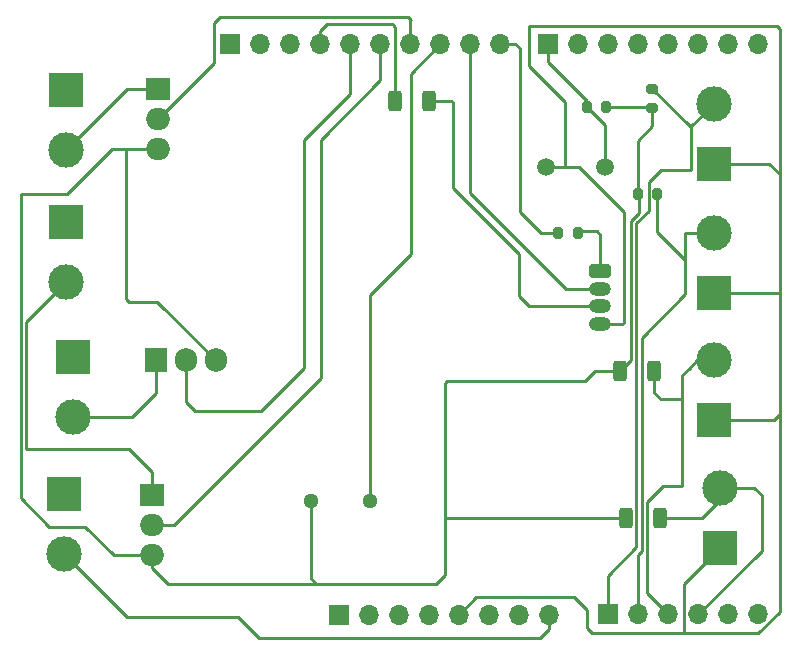
<source format=gtl>
%TF.GenerationSoftware,KiCad,Pcbnew,(6.0.2)*%
%TF.CreationDate,2024-03-28T15:54:17-05:00*%
%TF.ProjectId,Security_Mat,53656375-7269-4747-995f-4d61742e6b69,rev?*%
%TF.SameCoordinates,Original*%
%TF.FileFunction,Copper,L1,Top*%
%TF.FilePolarity,Positive*%
%FSLAX46Y46*%
G04 Gerber Fmt 4.6, Leading zero omitted, Abs format (unit mm)*
G04 Created by KiCad (PCBNEW (6.0.2)) date 2024-03-28 15:54:17*
%MOMM*%
%LPD*%
G01*
G04 APERTURE LIST*
G04 Aperture macros list*
%AMRoundRect*
0 Rectangle with rounded corners*
0 $1 Rounding radius*
0 $2 $3 $4 $5 $6 $7 $8 $9 X,Y pos of 4 corners*
0 Add a 4 corners polygon primitive as box body*
4,1,4,$2,$3,$4,$5,$6,$7,$8,$9,$2,$3,0*
0 Add four circle primitives for the rounded corners*
1,1,$1+$1,$2,$3*
1,1,$1+$1,$4,$5*
1,1,$1+$1,$6,$7*
1,1,$1+$1,$8,$9*
0 Add four rect primitives between the rounded corners*
20,1,$1+$1,$2,$3,$4,$5,0*
20,1,$1+$1,$4,$5,$6,$7,0*
20,1,$1+$1,$6,$7,$8,$9,0*
20,1,$1+$1,$8,$9,$2,$3,0*%
G04 Aperture macros list end*
%TA.AperFunction,SMDPad,CuDef*%
%ADD10RoundRect,0.250000X0.312500X0.625000X-0.312500X0.625000X-0.312500X-0.625000X0.312500X-0.625000X0*%
%TD*%
%TA.AperFunction,ComponentPad*%
%ADD11R,1.905000X2.000000*%
%TD*%
%TA.AperFunction,ComponentPad*%
%ADD12O,1.905000X2.000000*%
%TD*%
%TA.AperFunction,SMDPad,CuDef*%
%ADD13RoundRect,0.200000X0.200000X0.275000X-0.200000X0.275000X-0.200000X-0.275000X0.200000X-0.275000X0*%
%TD*%
%TA.AperFunction,SMDPad,CuDef*%
%ADD14RoundRect,0.200000X-0.275000X0.200000X-0.275000X-0.200000X0.275000X-0.200000X0.275000X0.200000X0*%
%TD*%
%TA.AperFunction,ComponentPad*%
%ADD15R,3.000000X3.000000*%
%TD*%
%TA.AperFunction,ComponentPad*%
%ADD16C,3.000000*%
%TD*%
%TA.AperFunction,ComponentPad*%
%ADD17R,1.700000X1.700000*%
%TD*%
%TA.AperFunction,ComponentPad*%
%ADD18O,1.700000X1.700000*%
%TD*%
%TA.AperFunction,ComponentPad*%
%ADD19R,2.000000X1.905000*%
%TD*%
%TA.AperFunction,ComponentPad*%
%ADD20O,2.000000X1.905000*%
%TD*%
%TA.AperFunction,ComponentPad*%
%ADD21C,1.508000*%
%TD*%
%TA.AperFunction,ComponentPad*%
%ADD22RoundRect,0.250000X-0.685000X0.335000X-0.685000X-0.335000X0.685000X-0.335000X0.685000X0.335000X0*%
%TD*%
%TA.AperFunction,ComponentPad*%
%ADD23O,1.870000X1.170000*%
%TD*%
%TA.AperFunction,SMDPad,CuDef*%
%ADD24RoundRect,0.200000X-0.200000X-0.275000X0.200000X-0.275000X0.200000X0.275000X-0.200000X0.275000X0*%
%TD*%
%TA.AperFunction,ComponentPad*%
%ADD25C,1.280000*%
%TD*%
%TA.AperFunction,Conductor*%
%ADD26C,0.250000*%
%TD*%
G04 APERTURE END LIST*
D10*
%TO.P,R7,1*%
%TO.N,Net-(R7-Pad1)*%
X143956500Y-67183000D03*
%TO.P,R7,2*%
%TO.N,Net-(J7-Pad4)*%
X141031500Y-67183000D03*
%TD*%
%TO.P,R4,1*%
%TO.N,Net-(J3-Pad2)*%
X163006500Y-90043000D03*
%TO.P,R4,2*%
%TO.N,GND*%
X160081500Y-90043000D03*
%TD*%
%TO.P,R5,1*%
%TO.N,Net-(J4-Pad2)*%
X163514500Y-102489000D03*
%TO.P,R5,2*%
%TO.N,GND*%
X160589500Y-102489000D03*
%TD*%
D11*
%TO.P,Q1,1,G*%
%TO.N,Net-(J12-Pad2)*%
X120777000Y-89083000D03*
D12*
%TO.P,Q1,2,D*%
%TO.N,Net-(J7-Pad5)*%
X123317000Y-89083000D03*
%TO.P,Q1,3,S*%
%TO.N,GND*%
X125857000Y-89083000D03*
%TD*%
D13*
%TO.P,R6,1*%
%TO.N,Net-(R6-Pad1)*%
X156527000Y-78359000D03*
%TO.P,R6,2*%
%TO.N,Net-(J7-Pad10)*%
X154877000Y-78359000D03*
%TD*%
D14*
%TO.P,R2,1*%
%TO.N,Net-(J1-Pad2)*%
X162814000Y-66167000D03*
%TO.P,R2,2*%
%TO.N,GND*%
X162814000Y-67817000D03*
%TD*%
D15*
%TO.P,J9,1,Pin_1*%
%TO.N,unconnected-(J9-Pad1)*%
X113030000Y-100457000D03*
D16*
%TO.P,J9,2,Pin_2*%
%TO.N,Net-(J5-Pad8)*%
X113030000Y-105537000D03*
%TD*%
D17*
%TO.P,J8,1,7*%
%TO.N,Net-(J8-Pad1)*%
X153990000Y-62390000D03*
D18*
%TO.P,J8,2,6*%
%TO.N,unconnected-(J8-Pad2)*%
X156530000Y-62390000D03*
%TO.P,J8,3,5*%
%TO.N,unconnected-(J8-Pad3)*%
X159070000Y-62390000D03*
%TO.P,J8,4,4*%
%TO.N,unconnected-(J8-Pad4)*%
X161610000Y-62390000D03*
%TO.P,J8,5,3*%
%TO.N,unconnected-(J8-Pad5)*%
X164150000Y-62390000D03*
%TO.P,J8,6,2*%
%TO.N,unconnected-(J8-Pad6)*%
X166690000Y-62390000D03*
%TO.P,J8,7,TX-1*%
%TO.N,unconnected-(J8-Pad7)*%
X169230000Y-62390000D03*
%TO.P,J8,8,RX-0*%
%TO.N,unconnected-(J8-Pad8)*%
X171770000Y-62390000D03*
%TD*%
D13*
%TO.P,R3,1*%
%TO.N,Net-(J2-Pad2)*%
X163258000Y-75057000D03*
%TO.P,R3,2*%
%TO.N,GND*%
X161608000Y-75057000D03*
%TD*%
D19*
%TO.P,Q2,1,G*%
%TO.N,Net-(J11-Pad2)*%
X120467000Y-100584000D03*
D20*
%TO.P,Q2,2,D*%
%TO.N,Net-(J7-Pad6)*%
X120467000Y-103124000D03*
%TO.P,Q2,3,S*%
%TO.N,GND*%
X120467000Y-105664000D03*
%TD*%
D15*
%TO.P,J2,1,Pin_1*%
%TO.N,/5V*%
X168021000Y-83439000D03*
D16*
%TO.P,J2,2,Pin_2*%
%TO.N,Net-(J2-Pad2)*%
X168021000Y-78359000D03*
%TD*%
D15*
%TO.P,J3,1,Pin_1*%
%TO.N,/5V*%
X168021000Y-94234000D03*
D16*
%TO.P,J3,2,Pin_2*%
%TO.N,Net-(J3-Pad2)*%
X168021000Y-89154000D03*
%TD*%
D17*
%TO.P,J7,1,SCL*%
%TO.N,unconnected-(J7-Pad1)*%
X127100000Y-62350000D03*
D18*
%TO.P,J7,2,SDA*%
%TO.N,unconnected-(J7-Pad2)*%
X129640000Y-62350000D03*
%TO.P,J7,3,AREF*%
%TO.N,unconnected-(J7-Pad3)*%
X132180000Y-62350000D03*
%TO.P,J7,4,GND*%
%TO.N,Net-(J7-Pad4)*%
X134720000Y-62350000D03*
%TO.P,J7,5,13*%
%TO.N,Net-(J7-Pad5)*%
X137260000Y-62350000D03*
%TO.P,J7,6,12*%
%TO.N,Net-(J7-Pad6)*%
X139800000Y-62350000D03*
%TO.P,J7,7,11*%
%TO.N,Net-(J7-Pad7)*%
X142340000Y-62350000D03*
%TO.P,J7,8,10*%
%TO.N,Net-(J7-Pad8)*%
X144880000Y-62350000D03*
%TO.P,J7,9,9*%
%TO.N,Net-(J7-Pad9)*%
X147420000Y-62350000D03*
%TO.P,J7,10,8*%
%TO.N,Net-(J7-Pad10)*%
X149960000Y-62350000D03*
%TD*%
D17*
%TO.P,J5,1*%
%TO.N,unconnected-(J5-Pad1)*%
X136300000Y-110700000D03*
D18*
%TO.P,J5,2,IOREF*%
%TO.N,unconnected-(J5-Pad2)*%
X138840000Y-110700000D03*
%TO.P,J5,3,RESET*%
%TO.N,unconnected-(J5-Pad3)*%
X141380000Y-110700000D03*
%TO.P,J5,4,3.3V*%
%TO.N,unconnected-(J5-Pad4)*%
X143920000Y-110700000D03*
%TO.P,J5,5,5V*%
%TO.N,/5V*%
X146460000Y-110700000D03*
%TO.P,J5,6,GND*%
%TO.N,unconnected-(J5-Pad6)*%
X149000000Y-110700000D03*
%TO.P,J5,7,GND*%
%TO.N,unconnected-(J5-Pad7)*%
X151540000Y-110700000D03*
%TO.P,J5,8,Vin*%
%TO.N,Net-(J5-Pad8)*%
X154080000Y-110700000D03*
%TD*%
D21*
%TO.P,SW1,1,A*%
%TO.N,/5V*%
X153837000Y-72771000D03*
%TO.P,SW1,2,B*%
%TO.N,Net-(J8-Pad1)*%
X158837000Y-72771000D03*
%TD*%
D19*
%TO.P,Q3,1,G*%
%TO.N,Net-(J10-Pad2)*%
X120975000Y-66167000D03*
D20*
%TO.P,Q3,2,D*%
%TO.N,Net-(J7-Pad7)*%
X120975000Y-68707000D03*
%TO.P,Q3,3,S*%
%TO.N,GND*%
X120975000Y-71247000D03*
%TD*%
D17*
%TO.P,J6,1,A0*%
%TO.N,Net-(J1-Pad2)*%
X159070000Y-110650000D03*
D18*
%TO.P,J6,2,A1*%
%TO.N,Net-(J2-Pad2)*%
X161610000Y-110650000D03*
%TO.P,J6,3,A2*%
%TO.N,Net-(J3-Pad2)*%
X164150000Y-110650000D03*
%TO.P,J6,4,A3*%
%TO.N,Net-(J4-Pad2)*%
X166690000Y-110650000D03*
%TO.P,J6,5,A4*%
%TO.N,unconnected-(J6-Pad5)*%
X169230000Y-110650000D03*
%TO.P,J6,6,A5*%
%TO.N,unconnected-(J6-Pad6)*%
X171770000Y-110650000D03*
%TD*%
D15*
%TO.P,J1,1,Pin_1*%
%TO.N,/5V*%
X168021000Y-72517000D03*
D16*
%TO.P,J1,2,Pin_2*%
%TO.N,Net-(J1-Pad2)*%
X168021000Y-67437000D03*
%TD*%
D22*
%TO.P,U1,1,RXD*%
%TO.N,Net-(R6-Pad1)*%
X158438000Y-81570000D03*
D23*
%TO.P,U1,2,TX*%
%TO.N,Net-(J7-Pad9)*%
X158438000Y-83070000D03*
%TO.P,U1,3,GND*%
%TO.N,Net-(R7-Pad1)*%
X158438000Y-84570000D03*
%TO.P,U1,4,Vcc*%
%TO.N,/5V*%
X158438000Y-86070000D03*
%TD*%
D24*
%TO.P,R1,1*%
%TO.N,Net-(J8-Pad1)*%
X157290000Y-67691000D03*
%TO.P,R1,2*%
%TO.N,GND*%
X158940000Y-67691000D03*
%TD*%
D15*
%TO.P,J10,1,Pin_1*%
%TO.N,unconnected-(J10-Pad1)*%
X113157000Y-66294000D03*
D16*
%TO.P,J10,2,Pin_2*%
%TO.N,Net-(J10-Pad2)*%
X113157000Y-71374000D03*
%TD*%
D25*
%TO.P,LS1,1*%
%TO.N,Net-(J7-Pad8)*%
X138898000Y-101092000D03*
%TO.P,LS1,2*%
%TO.N,GND*%
X133898000Y-101092000D03*
%TD*%
D15*
%TO.P,J11,1,Pin_1*%
%TO.N,unconnected-(J11-Pad1)*%
X113157000Y-77470000D03*
D16*
%TO.P,J11,2,Pin_2*%
%TO.N,Net-(J11-Pad2)*%
X113157000Y-82550000D03*
%TD*%
D15*
%TO.P,J4,1,Pin_1*%
%TO.N,/5V*%
X168529000Y-105029000D03*
D16*
%TO.P,J4,2,Pin_2*%
%TO.N,Net-(J4-Pad2)*%
X168529000Y-99949000D03*
%TD*%
D15*
%TO.P,J12,1,Pin_1*%
%TO.N,unconnected-(J12-Pad1)*%
X113792000Y-88900000D03*
D16*
%TO.P,J12,2,Pin_2*%
%TO.N,Net-(J12-Pad2)*%
X113792000Y-93980000D03*
%TD*%
D26*
%TO.N,Net-(R7-Pad1)*%
X152388000Y-84570000D02*
X158438000Y-84570000D01*
X145923000Y-74549000D02*
X151511000Y-80137000D01*
X151511000Y-83693000D02*
X152388000Y-84570000D01*
X145923000Y-67310000D02*
X145923000Y-74549000D01*
X145796000Y-67183000D02*
X145923000Y-67310000D01*
X143956500Y-67183000D02*
X145796000Y-67183000D01*
X151511000Y-80137000D02*
X151511000Y-83693000D01*
%TO.N,Net-(J7-Pad9)*%
X147420000Y-74950000D02*
X155540000Y-83070000D01*
X147420000Y-62350000D02*
X147420000Y-74950000D01*
X155540000Y-83070000D02*
X158438000Y-83070000D01*
%TO.N,Net-(R6-Pad1)*%
X158115000Y-78232000D02*
X156654000Y-78232000D01*
X156654000Y-78232000D02*
X156527000Y-78359000D01*
X158438000Y-78555000D02*
X158115000Y-78232000D01*
X158438000Y-81570000D02*
X158438000Y-78555000D01*
%TO.N,/5V*%
X160401000Y-85979000D02*
X160401000Y-76581000D01*
X158438000Y-86070000D02*
X160310000Y-86070000D01*
X160401000Y-76581000D02*
X156591000Y-72771000D01*
X156591000Y-72771000D02*
X155067000Y-72771000D01*
X155067000Y-72771000D02*
X155448000Y-72771000D01*
X153837000Y-72771000D02*
X155067000Y-72771000D01*
X160310000Y-86070000D02*
X160401000Y-85979000D01*
%TO.N,GND*%
X161670641Y-75119641D02*
X161608000Y-75057000D01*
X161027000Y-77351282D02*
X161670641Y-76707641D01*
X161027000Y-89097500D02*
X161027000Y-77351282D01*
X161670641Y-76707641D02*
X161670641Y-75119641D01*
X160081500Y-90043000D02*
X161027000Y-89097500D01*
%TO.N,Net-(J1-Pad2)*%
X161476520Y-77537480D02*
X162533480Y-76480520D01*
%TO.N,Net-(J3-Pad2)*%
X162375560Y-101161560D02*
X163715120Y-99822000D01*
X163715120Y-99822000D02*
X165354000Y-99822000D01*
X162375560Y-108875560D02*
X162375560Y-101161560D01*
X165354000Y-99822000D02*
X165354000Y-92456000D01*
X164150000Y-110650000D02*
X162375560Y-108875560D01*
%TO.N,Net-(J2-Pad2)*%
X165608000Y-83566000D02*
X165608000Y-80645000D01*
X161926040Y-87247960D02*
X165608000Y-83566000D01*
X161610000Y-105598000D02*
X161926040Y-105281960D01*
X161926040Y-105281960D02*
X161926040Y-87247960D01*
X161610000Y-110650000D02*
X161610000Y-105598000D01*
%TO.N,Net-(J7-Pad5)*%
X123317000Y-92710000D02*
X123317000Y-89083000D01*
X129667000Y-93472000D02*
X124079000Y-93472000D01*
X133350000Y-89789000D02*
X129667000Y-93472000D01*
X124079000Y-93472000D02*
X123317000Y-92710000D01*
X133350000Y-70485000D02*
X133350000Y-89789000D01*
X137260000Y-66575000D02*
X133350000Y-70485000D01*
X137260000Y-62350000D02*
X137260000Y-66575000D01*
%TO.N,GND*%
X118237000Y-83947000D02*
X118237000Y-71247000D01*
X118491000Y-84201000D02*
X118237000Y-83947000D01*
X117094000Y-71247000D02*
X118237000Y-71247000D01*
X118237000Y-71247000D02*
X120975000Y-71247000D01*
X120904000Y-84201000D02*
X118491000Y-84201000D01*
X125857000Y-89154000D02*
X120904000Y-84201000D01*
X125857000Y-89083000D02*
X125857000Y-89154000D01*
%TO.N,Net-(J12-Pad2)*%
X118745000Y-93980000D02*
X120777000Y-91948000D01*
X113792000Y-93980000D02*
X118745000Y-93980000D01*
X120777000Y-91948000D02*
X120777000Y-89083000D01*
%TO.N,Net-(J7-Pad6)*%
X139800000Y-65432000D02*
X139800000Y-62350000D01*
X134747000Y-90678000D02*
X134747000Y-70485000D01*
X122301000Y-103124000D02*
X134747000Y-90678000D01*
X120467000Y-103124000D02*
X122301000Y-103124000D01*
X134747000Y-70485000D02*
X139800000Y-65432000D01*
%TO.N,Net-(J11-Pad2)*%
X120467000Y-98623000D02*
X118491000Y-96647000D01*
X120467000Y-100584000D02*
X120467000Y-98623000D01*
X118491000Y-96647000D02*
X109796520Y-96647000D01*
%TO.N,GND*%
X133898000Y-107609000D02*
X134366000Y-108077000D01*
X133898000Y-101092000D02*
X133898000Y-107609000D01*
X134366000Y-108077000D02*
X121793000Y-108077000D01*
X144526000Y-108077000D02*
X134366000Y-108077000D01*
X120467000Y-106751000D02*
X120467000Y-105664000D01*
X121793000Y-108077000D02*
X120467000Y-106751000D01*
X145288000Y-107315000D02*
X144526000Y-108077000D01*
X145288000Y-102616000D02*
X145288000Y-107315000D01*
X113284000Y-75057000D02*
X117094000Y-71247000D01*
X109347000Y-100838000D02*
X109347000Y-75057000D01*
X114808000Y-103251000D02*
X111760000Y-103251000D01*
X109347000Y-75057000D02*
X113284000Y-75057000D01*
X117221000Y-105664000D02*
X114808000Y-103251000D01*
X120467000Y-105664000D02*
X117221000Y-105664000D01*
X111760000Y-103251000D02*
X109347000Y-100838000D01*
%TO.N,Net-(J10-Pad2)*%
X118364000Y-66167000D02*
X120975000Y-66167000D01*
X113157000Y-71374000D02*
X118364000Y-66167000D01*
%TO.N,Net-(J7-Pad7)*%
X125730000Y-63952000D02*
X125730000Y-60579000D01*
X120975000Y-68707000D02*
X125730000Y-63952000D01*
%TO.N,Net-(J7-Pad4)*%
X141031500Y-60894500D02*
X140906500Y-60769500D01*
X141031500Y-67183000D02*
X141031500Y-60894500D01*
X140843000Y-60706000D02*
X140906500Y-60769500D01*
%TO.N,Net-(J7-Pad10)*%
X153416000Y-78359000D02*
X151638000Y-76581000D01*
X154877000Y-78359000D02*
X153416000Y-78359000D01*
%TO.N,GND*%
X145415000Y-102489000D02*
X145288000Y-102616000D01*
X160589500Y-102489000D02*
X145415000Y-102489000D01*
X145288000Y-91059000D02*
X145288000Y-102616000D01*
%TO.N,/5V*%
X156210000Y-109220000D02*
X157295000Y-110305000D01*
X157295000Y-110305000D02*
X157295000Y-111829000D01*
X147940000Y-109220000D02*
X156210000Y-109220000D01*
X146460000Y-110700000D02*
X147940000Y-109220000D01*
%TO.N,GND*%
X145415000Y-90932000D02*
X145288000Y-91059000D01*
X157099000Y-90932000D02*
X145415000Y-90932000D01*
X157988000Y-90043000D02*
X157099000Y-90932000D01*
X160081500Y-90043000D02*
X157988000Y-90043000D01*
%TO.N,/5V*%
X155448000Y-72136000D02*
X155448000Y-67310000D01*
X155448000Y-72771000D02*
X155448000Y-72136000D01*
%TO.N,Net-(J7-Pad10)*%
X151638000Y-62738000D02*
X151250000Y-62350000D01*
X151638000Y-76581000D02*
X151638000Y-62738000D01*
X151250000Y-62350000D02*
X149960000Y-62350000D01*
%TO.N,Net-(J7-Pad8)*%
X142367000Y-64863000D02*
X144880000Y-62350000D01*
X138898000Y-83606000D02*
X142367000Y-80137000D01*
X142367000Y-80137000D02*
X142367000Y-64863000D01*
X138898000Y-101092000D02*
X138898000Y-83606000D01*
%TO.N,Net-(J7-Pad4)*%
X135255000Y-60706000D02*
X140843000Y-60706000D01*
X134720000Y-62350000D02*
X134720000Y-61241000D01*
X134720000Y-61241000D02*
X135255000Y-60706000D01*
%TO.N,GND*%
X160782000Y-67691000D02*
X162688000Y-67691000D01*
X158940000Y-67691000D02*
X160782000Y-67691000D01*
%TO.N,Net-(J2-Pad2)*%
X163258000Y-75057000D02*
X163258000Y-78295000D01*
X165608000Y-80645000D02*
X165608000Y-78359000D01*
X163258000Y-78295000D02*
X165608000Y-80645000D01*
%TO.N,Net-(J3-Pad2)*%
X163576000Y-92456000D02*
X165354000Y-92456000D01*
X163006500Y-91886500D02*
X163576000Y-92456000D01*
X163006500Y-90043000D02*
X163006500Y-91886500D01*
X165354000Y-92456000D02*
X165354000Y-90424000D01*
%TO.N,Net-(J2-Pad2)*%
X165608000Y-78359000D02*
X165735000Y-78359000D01*
%TO.N,Net-(J1-Pad2)*%
X161476520Y-104969480D02*
X161476520Y-77537480D01*
X159070000Y-107376000D02*
X161476520Y-104969480D01*
X159070000Y-110650000D02*
X159070000Y-107376000D01*
%TO.N,Net-(J2-Pad2)*%
X165735000Y-78359000D02*
X168021000Y-78359000D01*
%TO.N,Net-(J4-Pad2)*%
X168529000Y-100965000D02*
X168529000Y-99949000D01*
X163514500Y-102489000D02*
X167005000Y-102489000D01*
X167005000Y-102489000D02*
X168529000Y-100965000D01*
%TO.N,Net-(J1-Pad2)*%
X163576000Y-73025000D02*
X166116000Y-73025000D01*
X162533480Y-74067520D02*
X163576000Y-73025000D01*
X162533480Y-76480520D02*
X162533480Y-74067520D01*
X166116000Y-73025000D02*
X166116000Y-69342000D01*
%TO.N,GND*%
X162814000Y-69342000D02*
X162814000Y-67817000D01*
X161608000Y-70548000D02*
X162814000Y-69342000D01*
X161608000Y-75057000D02*
X161608000Y-70548000D01*
%TO.N,/5V*%
X165515489Y-108042511D02*
X165515489Y-112233511D01*
X165515489Y-112233511D02*
X165481000Y-112268000D01*
X168529000Y-105029000D02*
X165515489Y-108042511D01*
X171813010Y-112268000D02*
X165481000Y-112268000D01*
X165481000Y-112268000D02*
X157734000Y-112268000D01*
%TO.N,Net-(J4-Pad2)*%
X171450000Y-99949000D02*
X168529000Y-99949000D01*
X172085000Y-100584000D02*
X171450000Y-99949000D01*
X166690000Y-110650000D02*
X172085000Y-105255000D01*
X172085000Y-105255000D02*
X172085000Y-100584000D01*
%TO.N,/5V*%
X157734000Y-112268000D02*
X157295000Y-111829000D01*
X173609000Y-103759000D02*
X173609000Y-110472010D01*
X173609000Y-110472010D02*
X171813010Y-112268000D01*
%TO.N,Net-(J3-Pad2)*%
X165925500Y-89852500D02*
X166624000Y-89154000D01*
X165354000Y-90424000D02*
X165925500Y-89852500D01*
X166624000Y-89154000D02*
X168021000Y-89154000D01*
%TO.N,Net-(J11-Pad2)*%
X109796520Y-96647000D02*
X109796520Y-85910480D01*
X109796520Y-85910480D02*
X113157000Y-82550000D01*
%TO.N,Net-(J7-Pad7)*%
X125730000Y-60579000D02*
X126238000Y-60071000D01*
%TO.N,Net-(J5-Pad8)*%
X153289000Y-112649000D02*
X129540000Y-112649000D01*
X129540000Y-112649000D02*
X127762000Y-110871000D01*
X154080000Y-111858000D02*
X153289000Y-112649000D01*
X118364000Y-110871000D02*
X127762000Y-110871000D01*
X154080000Y-110700000D02*
X154080000Y-111858000D01*
%TO.N,Net-(J7-Pad7)*%
X142113000Y-60071000D02*
X126238000Y-60071000D01*
X142340000Y-60352000D02*
X142367000Y-60325000D01*
X142340000Y-62350000D02*
X142340000Y-60352000D01*
X142367000Y-60325000D02*
X142113000Y-60071000D01*
%TO.N,/5V*%
X152400000Y-60833000D02*
X173355000Y-60833000D01*
X173355000Y-60833000D02*
X173609000Y-61087000D01*
X152400000Y-64262000D02*
X152400000Y-60833000D01*
X173609000Y-61087000D02*
X173609000Y-73533000D01*
X155448000Y-67310000D02*
X152400000Y-64262000D01*
%TO.N,Net-(J8-Pad1)*%
X158837000Y-69238000D02*
X157290000Y-67691000D01*
X158837000Y-72771000D02*
X158837000Y-69238000D01*
X153990000Y-63884000D02*
X153990000Y-62390000D01*
X157290000Y-67184000D02*
X153990000Y-63884000D01*
X157290000Y-67691000D02*
X157290000Y-67184000D01*
%TO.N,GND*%
X162688000Y-67691000D02*
X162814000Y-67817000D01*
X162624000Y-67627000D02*
X162814000Y-67817000D01*
%TO.N,Net-(J5-Pad8)*%
X113030000Y-105537000D02*
X118364000Y-110871000D01*
%TO.N,Net-(J1-Pad2)*%
X162814000Y-66167000D02*
X165989000Y-69342000D01*
X166116000Y-69342000D02*
X168021000Y-67437000D01*
X165989000Y-69342000D02*
X166116000Y-69342000D01*
%TO.N,/5V*%
X168021000Y-83439000D02*
X173482000Y-83439000D01*
X173609000Y-93726000D02*
X173609000Y-83566000D01*
X173609000Y-73533000D02*
X173609000Y-73406000D01*
X168021000Y-94234000D02*
X173101000Y-94234000D01*
X173609000Y-83566000D02*
X173609000Y-73533000D01*
X173609000Y-73406000D02*
X172720000Y-72517000D01*
X172720000Y-72517000D02*
X168021000Y-72517000D01*
X173482000Y-83439000D02*
X173609000Y-83566000D01*
X173101000Y-94234000D02*
X173609000Y-93726000D01*
X173609000Y-103759000D02*
X173609000Y-93726000D01*
%TD*%
M02*

</source>
